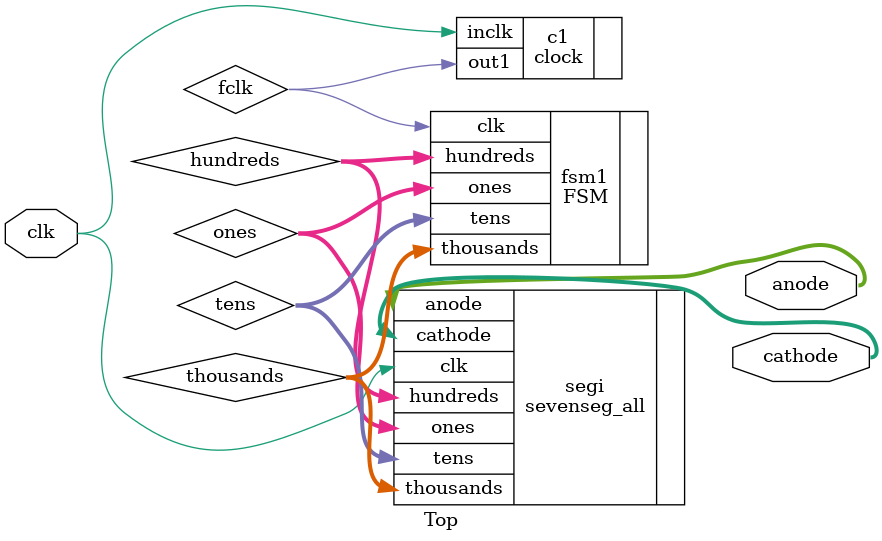
<source format=v>
`timescale 1ns / 1ps


module Top(
    input clk,
    output[7:0] cathode,
    output[3:0] anode
    );
    wire fclk;
    wire[3:0] ones, tens, hundreds, thousands;
    //clk_div
    clock c1(.inclk(clk), .out1(fclk));
    FSM fsm1(.clk(fclk),.ones(ones),.tens(tens),.hundreds(hundreds),.thousands(thousands));
    sevenseg_all segi(.clk(clk),.ones(ones),.tens(tens),.hundreds(hundreds),.thousands(thousands),.cathode(cathode),.anode(anode));
endmodule

</source>
